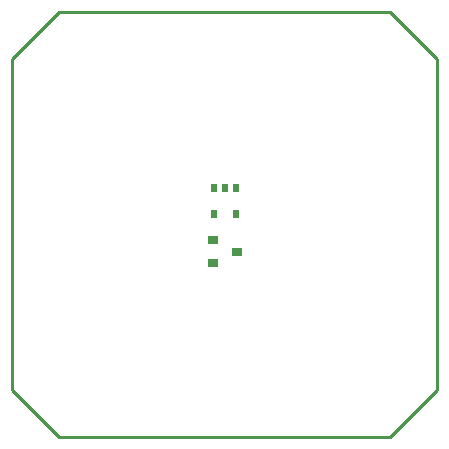
<source format=gbp>
%FSLAX24Y24*%
%MOIN*%
G70*
G01*
G75*
G04 Layer_Color=128*
G04:AMPARAMS|DCode=10|XSize=100mil|YSize=17mil|CornerRadius=0mil|HoleSize=0mil|Usage=FLASHONLY|Rotation=90.000|XOffset=0mil|YOffset=0mil|HoleType=Round|Shape=Octagon|*
%AMOCTAGOND10*
4,1,8,0.0043,0.0500,-0.0043,0.0500,-0.0085,0.0458,-0.0085,-0.0458,-0.0043,-0.0500,0.0043,-0.0500,0.0085,-0.0458,0.0085,0.0458,0.0043,0.0500,0.0*
%
%ADD10OCTAGOND10*%

%ADD11R,0.0170X0.1000*%
%ADD12C,0.0100*%
%ADD13C,0.0200*%
%ADD14R,0.0625X0.0625*%
%ADD15R,0.0625X0.0625*%
%ADD16R,0.1575X0.0394*%
%ADD17R,0.1181X0.0394*%
%ADD18R,0.1575X0.1181*%
%ADD19R,0.1181X0.1575*%
%ADD20R,0.0197X0.0315*%
%ADD21R,0.0350X0.0310*%
%ADD22R,0.3700X0.1900*%
%ADD23R,0.3800X0.1900*%
%ADD24R,0.1575X1.2598*%
%ADD25R,1.4173X0.1575*%
%ADD26R,0.1575X1.2598*%
%ADD27R,1.1024X0.1575*%
G04:AMPARAMS|DCode=28|XSize=108mil|YSize=25mil|CornerRadius=0mil|HoleSize=0mil|Usage=FLASHONLY|Rotation=90.000|XOffset=0mil|YOffset=0mil|HoleType=Round|Shape=Octagon|*
%AMOCTAGOND28*
4,1,8,0.0063,0.0540,-0.0063,0.0540,-0.0125,0.0478,-0.0125,-0.0478,-0.0063,-0.0540,0.0063,-0.0540,0.0125,-0.0478,0.0125,0.0478,0.0063,0.0540,0.0*
%
%ADD28OCTAGOND28*%

%ADD29R,0.0250X0.1080*%
%ADD30R,0.0705X0.0705*%
%ADD31R,0.0705X0.0705*%
%ADD32R,0.0080X0.0080*%
%ADD33R,0.1655X0.0474*%
%ADD34R,0.1261X0.0474*%
%ADD35R,0.1655X0.1261*%
%ADD36R,0.1261X0.1655*%
%ADD37R,1.2598X0.1575*%
%ADD38R,0.1575X1.1024*%
%ADD39R,0.0277X0.0395*%
%ADD40R,0.0430X0.0390*%
D12*
X32984Y37101D02*
X44008D01*
X45582Y35526D01*
Y24502D02*
Y35526D01*
X44008Y22927D02*
X45582Y24502D01*
X32984Y22927D02*
X44008D01*
X31409Y24502D02*
X32984Y22927D01*
X31409Y24502D02*
Y35526D01*
X32984Y37101D01*
D20*
X38874Y31233D02*
D03*
X38500D02*
D03*
X38126D02*
D03*
X38874Y30367D02*
D03*
X38126D02*
D03*
D21*
X38110Y28730D02*
D03*
Y29470D02*
D03*
X38900Y29100D02*
D03*
M02*

</source>
